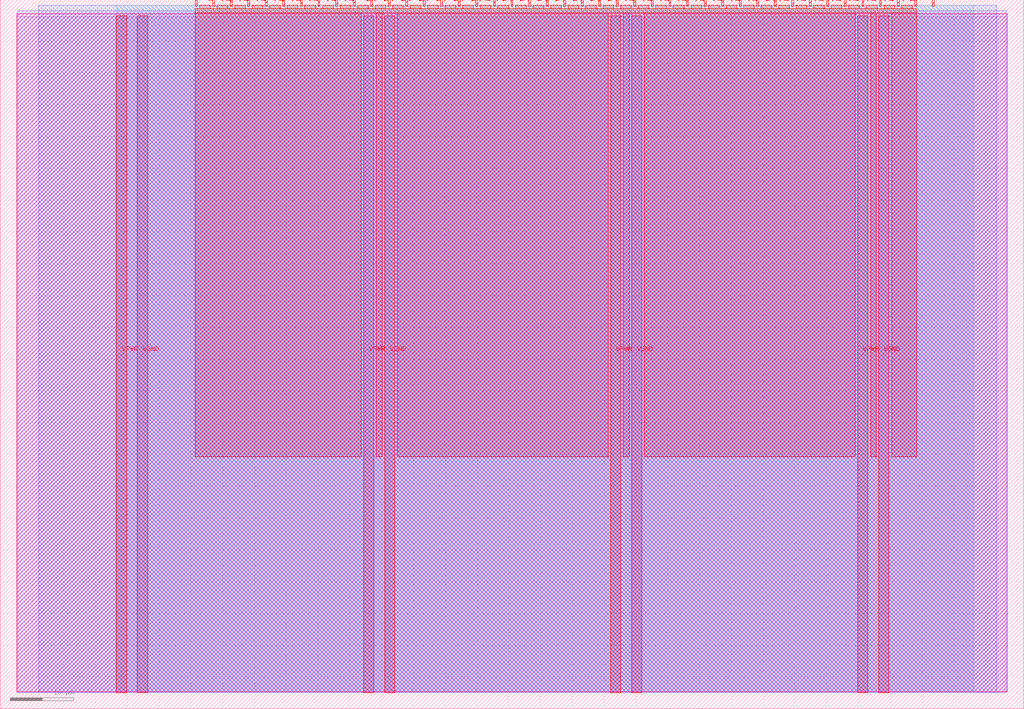
<source format=lef>
VERSION 5.7 ;
  NOWIREEXTENSIONATPIN ON ;
  DIVIDERCHAR "/" ;
  BUSBITCHARS "[]" ;
MACRO tt_um_simon2024_c_element_top
  CLASS BLOCK ;
  FOREIGN tt_um_simon2024_c_element_top ;
  ORIGIN 0.000 0.000 ;
  SIZE 161.000 BY 111.520 ;
  PIN VGND
    DIRECTION INOUT ;
    USE GROUND ;
    PORT
      LAYER met4 ;
        RECT 21.580 2.480 23.180 109.040 ;
    END
    PORT
      LAYER met4 ;
        RECT 60.450 2.480 62.050 109.040 ;
    END
    PORT
      LAYER met4 ;
        RECT 99.320 2.480 100.920 109.040 ;
    END
    PORT
      LAYER met4 ;
        RECT 138.190 2.480 139.790 109.040 ;
    END
  END VGND
  PIN VPWR
    DIRECTION INOUT ;
    USE POWER ;
    PORT
      LAYER met4 ;
        RECT 18.280 2.480 19.880 109.040 ;
    END
    PORT
      LAYER met4 ;
        RECT 57.150 2.480 58.750 109.040 ;
    END
    PORT
      LAYER met4 ;
        RECT 96.020 2.480 97.620 109.040 ;
    END
    PORT
      LAYER met4 ;
        RECT 134.890 2.480 136.490 109.040 ;
    END
  END VPWR
  PIN clk
    DIRECTION INPUT ;
    USE SIGNAL ;
    ANTENNAGATEAREA 0.852000 ;
    PORT
      LAYER met4 ;
        RECT 143.830 110.520 144.130 111.520 ;
    END
  END clk
  PIN ena
    DIRECTION INPUT ;
    USE SIGNAL ;
    PORT
      LAYER met4 ;
        RECT 146.590 110.520 146.890 111.520 ;
    END
  END ena
  PIN rst_n
    DIRECTION INPUT ;
    USE SIGNAL ;
    ANTENNAGATEAREA 0.196500 ;
    PORT
      LAYER met4 ;
        RECT 141.070 110.520 141.370 111.520 ;
    END
  END rst_n
  PIN ui_in[0]
    DIRECTION INPUT ;
    USE SIGNAL ;
    ANTENNAGATEAREA 0.196500 ;
    PORT
      LAYER met4 ;
        RECT 138.310 110.520 138.610 111.520 ;
    END
  END ui_in[0]
  PIN ui_in[1]
    DIRECTION INPUT ;
    USE SIGNAL ;
    ANTENNAGATEAREA 0.196500 ;
    PORT
      LAYER met4 ;
        RECT 135.550 110.520 135.850 111.520 ;
    END
  END ui_in[1]
  PIN ui_in[2]
    DIRECTION INPUT ;
    USE SIGNAL ;
    ANTENNAGATEAREA 0.196500 ;
    PORT
      LAYER met4 ;
        RECT 132.790 110.520 133.090 111.520 ;
    END
  END ui_in[2]
  PIN ui_in[3]
    DIRECTION INPUT ;
    USE SIGNAL ;
    ANTENNAGATEAREA 0.159000 ;
    PORT
      LAYER met4 ;
        RECT 130.030 110.520 130.330 111.520 ;
    END
  END ui_in[3]
  PIN ui_in[4]
    DIRECTION INPUT ;
    USE SIGNAL ;
    ANTENNAGATEAREA 0.196500 ;
    PORT
      LAYER met4 ;
        RECT 127.270 110.520 127.570 111.520 ;
    END
  END ui_in[4]
  PIN ui_in[5]
    DIRECTION INPUT ;
    USE SIGNAL ;
    ANTENNAGATEAREA 0.196500 ;
    PORT
      LAYER met4 ;
        RECT 124.510 110.520 124.810 111.520 ;
    END
  END ui_in[5]
  PIN ui_in[6]
    DIRECTION INPUT ;
    USE SIGNAL ;
    ANTENNAGATEAREA 0.196500 ;
    PORT
      LAYER met4 ;
        RECT 121.750 110.520 122.050 111.520 ;
    END
  END ui_in[6]
  PIN ui_in[7]
    DIRECTION INPUT ;
    USE SIGNAL ;
    ANTENNAGATEAREA 0.196500 ;
    PORT
      LAYER met4 ;
        RECT 118.990 110.520 119.290 111.520 ;
    END
  END ui_in[7]
  PIN uio_in[0]
    DIRECTION INPUT ;
    USE SIGNAL ;
    PORT
      LAYER met4 ;
        RECT 116.230 110.520 116.530 111.520 ;
    END
  END uio_in[0]
  PIN uio_in[1]
    DIRECTION INPUT ;
    USE SIGNAL ;
    PORT
      LAYER met4 ;
        RECT 113.470 110.520 113.770 111.520 ;
    END
  END uio_in[1]
  PIN uio_in[2]
    DIRECTION INPUT ;
    USE SIGNAL ;
    PORT
      LAYER met4 ;
        RECT 110.710 110.520 111.010 111.520 ;
    END
  END uio_in[2]
  PIN uio_in[3]
    DIRECTION INPUT ;
    USE SIGNAL ;
    PORT
      LAYER met4 ;
        RECT 107.950 110.520 108.250 111.520 ;
    END
  END uio_in[3]
  PIN uio_in[4]
    DIRECTION INPUT ;
    USE SIGNAL ;
    PORT
      LAYER met4 ;
        RECT 105.190 110.520 105.490 111.520 ;
    END
  END uio_in[4]
  PIN uio_in[5]
    DIRECTION INPUT ;
    USE SIGNAL ;
    PORT
      LAYER met4 ;
        RECT 102.430 110.520 102.730 111.520 ;
    END
  END uio_in[5]
  PIN uio_in[6]
    DIRECTION INPUT ;
    USE SIGNAL ;
    PORT
      LAYER met4 ;
        RECT 99.670 110.520 99.970 111.520 ;
    END
  END uio_in[6]
  PIN uio_in[7]
    DIRECTION INPUT ;
    USE SIGNAL ;
    PORT
      LAYER met4 ;
        RECT 96.910 110.520 97.210 111.520 ;
    END
  END uio_in[7]
  PIN uio_oe[0]
    DIRECTION OUTPUT ;
    USE SIGNAL ;
    PORT
      LAYER met4 ;
        RECT 49.990 110.520 50.290 111.520 ;
    END
  END uio_oe[0]
  PIN uio_oe[1]
    DIRECTION OUTPUT ;
    USE SIGNAL ;
    PORT
      LAYER met4 ;
        RECT 47.230 110.520 47.530 111.520 ;
    END
  END uio_oe[1]
  PIN uio_oe[2]
    DIRECTION OUTPUT ;
    USE SIGNAL ;
    PORT
      LAYER met4 ;
        RECT 44.470 110.520 44.770 111.520 ;
    END
  END uio_oe[2]
  PIN uio_oe[3]
    DIRECTION OUTPUT ;
    USE SIGNAL ;
    PORT
      LAYER met4 ;
        RECT 41.710 110.520 42.010 111.520 ;
    END
  END uio_oe[3]
  PIN uio_oe[4]
    DIRECTION OUTPUT ;
    USE SIGNAL ;
    PORT
      LAYER met4 ;
        RECT 38.950 110.520 39.250 111.520 ;
    END
  END uio_oe[4]
  PIN uio_oe[5]
    DIRECTION OUTPUT ;
    USE SIGNAL ;
    PORT
      LAYER met4 ;
        RECT 36.190 110.520 36.490 111.520 ;
    END
  END uio_oe[5]
  PIN uio_oe[6]
    DIRECTION OUTPUT ;
    USE SIGNAL ;
    PORT
      LAYER met4 ;
        RECT 33.430 110.520 33.730 111.520 ;
    END
  END uio_oe[6]
  PIN uio_oe[7]
    DIRECTION OUTPUT ;
    USE SIGNAL ;
    PORT
      LAYER met4 ;
        RECT 30.670 110.520 30.970 111.520 ;
    END
  END uio_oe[7]
  PIN uio_out[0]
    DIRECTION OUTPUT ;
    USE SIGNAL ;
    ANTENNADIFFAREA 0.891000 ;
    PORT
      LAYER met4 ;
        RECT 72.070 110.520 72.370 111.520 ;
    END
  END uio_out[0]
  PIN uio_out[1]
    DIRECTION OUTPUT ;
    USE SIGNAL ;
    ANTENNADIFFAREA 0.891000 ;
    PORT
      LAYER met4 ;
        RECT 69.310 110.520 69.610 111.520 ;
    END
  END uio_out[1]
  PIN uio_out[2]
    DIRECTION OUTPUT ;
    USE SIGNAL ;
    ANTENNADIFFAREA 0.891000 ;
    PORT
      LAYER met4 ;
        RECT 66.550 110.520 66.850 111.520 ;
    END
  END uio_out[2]
  PIN uio_out[3]
    DIRECTION OUTPUT ;
    USE SIGNAL ;
    ANTENNADIFFAREA 0.891000 ;
    PORT
      LAYER met4 ;
        RECT 63.790 110.520 64.090 111.520 ;
    END
  END uio_out[3]
  PIN uio_out[4]
    DIRECTION OUTPUT ;
    USE SIGNAL ;
    ANTENNADIFFAREA 0.891000 ;
    PORT
      LAYER met4 ;
        RECT 61.030 110.520 61.330 111.520 ;
    END
  END uio_out[4]
  PIN uio_out[5]
    DIRECTION OUTPUT ;
    USE SIGNAL ;
    ANTENNADIFFAREA 0.891000 ;
    PORT
      LAYER met4 ;
        RECT 58.270 110.520 58.570 111.520 ;
    END
  END uio_out[5]
  PIN uio_out[6]
    DIRECTION OUTPUT ;
    USE SIGNAL ;
    ANTENNADIFFAREA 0.891000 ;
    PORT
      LAYER met4 ;
        RECT 55.510 110.520 55.810 111.520 ;
    END
  END uio_out[6]
  PIN uio_out[7]
    DIRECTION OUTPUT ;
    USE SIGNAL ;
    ANTENNADIFFAREA 0.891000 ;
    PORT
      LAYER met4 ;
        RECT 52.750 110.520 53.050 111.520 ;
    END
  END uio_out[7]
  PIN uo_out[0]
    DIRECTION OUTPUT ;
    USE SIGNAL ;
    ANTENNADIFFAREA 0.445500 ;
    PORT
      LAYER met4 ;
        RECT 94.150 110.520 94.450 111.520 ;
    END
  END uo_out[0]
  PIN uo_out[1]
    DIRECTION OUTPUT ;
    USE SIGNAL ;
    ANTENNAGATEAREA 0.172000 ;
    ANTENNADIFFAREA 0.374400 ;
    PORT
      LAYER met4 ;
        RECT 91.390 110.520 91.690 111.520 ;
    END
  END uo_out[1]
  PIN uo_out[2]
    DIRECTION OUTPUT ;
    USE SIGNAL ;
    PORT
      LAYER met4 ;
        RECT 88.630 110.520 88.930 111.520 ;
    END
  END uo_out[2]
  PIN uo_out[3]
    DIRECTION OUTPUT ;
    USE SIGNAL ;
    ANTENNADIFFAREA 0.445500 ;
    PORT
      LAYER met4 ;
        RECT 85.870 110.520 86.170 111.520 ;
    END
  END uo_out[3]
  PIN uo_out[4]
    DIRECTION OUTPUT ;
    USE SIGNAL ;
    ANTENNAGATEAREA 0.172000 ;
    ANTENNADIFFAREA 0.374400 ;
    PORT
      LAYER met4 ;
        RECT 83.110 110.520 83.410 111.520 ;
    END
  END uo_out[4]
  PIN uo_out[5]
    DIRECTION OUTPUT ;
    USE SIGNAL ;
    PORT
      LAYER met4 ;
        RECT 80.350 110.520 80.650 111.520 ;
    END
  END uo_out[5]
  PIN uo_out[6]
    DIRECTION OUTPUT ;
    USE SIGNAL ;
    PORT
      LAYER met4 ;
        RECT 77.590 110.520 77.890 111.520 ;
    END
  END uo_out[6]
  PIN uo_out[7]
    DIRECTION OUTPUT ;
    USE SIGNAL ;
    PORT
      LAYER met4 ;
        RECT 74.830 110.520 75.130 111.520 ;
    END
  END uo_out[7]
  OBS
      LAYER nwell ;
        RECT 2.570 2.635 158.430 109.280 ;
      LAYER li1 ;
        RECT 2.760 2.635 158.240 108.885 ;
      LAYER met1 ;
        RECT 2.760 2.480 158.240 109.780 ;
      LAYER met2 ;
        RECT 6.080 2.535 156.760 110.685 ;
      LAYER met3 ;
        RECT 18.290 2.555 153.115 110.665 ;
      LAYER met4 ;
        RECT 31.370 110.120 33.030 110.665 ;
        RECT 34.130 110.120 35.790 110.665 ;
        RECT 36.890 110.120 38.550 110.665 ;
        RECT 39.650 110.120 41.310 110.665 ;
        RECT 42.410 110.120 44.070 110.665 ;
        RECT 45.170 110.120 46.830 110.665 ;
        RECT 47.930 110.120 49.590 110.665 ;
        RECT 50.690 110.120 52.350 110.665 ;
        RECT 53.450 110.120 55.110 110.665 ;
        RECT 56.210 110.120 57.870 110.665 ;
        RECT 58.970 110.120 60.630 110.665 ;
        RECT 61.730 110.120 63.390 110.665 ;
        RECT 64.490 110.120 66.150 110.665 ;
        RECT 67.250 110.120 68.910 110.665 ;
        RECT 70.010 110.120 71.670 110.665 ;
        RECT 72.770 110.120 74.430 110.665 ;
        RECT 75.530 110.120 77.190 110.665 ;
        RECT 78.290 110.120 79.950 110.665 ;
        RECT 81.050 110.120 82.710 110.665 ;
        RECT 83.810 110.120 85.470 110.665 ;
        RECT 86.570 110.120 88.230 110.665 ;
        RECT 89.330 110.120 90.990 110.665 ;
        RECT 92.090 110.120 93.750 110.665 ;
        RECT 94.850 110.120 96.510 110.665 ;
        RECT 97.610 110.120 99.270 110.665 ;
        RECT 100.370 110.120 102.030 110.665 ;
        RECT 103.130 110.120 104.790 110.665 ;
        RECT 105.890 110.120 107.550 110.665 ;
        RECT 108.650 110.120 110.310 110.665 ;
        RECT 111.410 110.120 113.070 110.665 ;
        RECT 114.170 110.120 115.830 110.665 ;
        RECT 116.930 110.120 118.590 110.665 ;
        RECT 119.690 110.120 121.350 110.665 ;
        RECT 122.450 110.120 124.110 110.665 ;
        RECT 125.210 110.120 126.870 110.665 ;
        RECT 127.970 110.120 129.630 110.665 ;
        RECT 130.730 110.120 132.390 110.665 ;
        RECT 133.490 110.120 135.150 110.665 ;
        RECT 136.250 110.120 137.910 110.665 ;
        RECT 139.010 110.120 140.670 110.665 ;
        RECT 141.770 110.120 143.430 110.665 ;
        RECT 30.655 109.440 144.145 110.120 ;
        RECT 30.655 39.615 56.750 109.440 ;
        RECT 59.150 39.615 60.050 109.440 ;
        RECT 62.450 39.615 95.620 109.440 ;
        RECT 98.020 39.615 98.920 109.440 ;
        RECT 101.320 39.615 134.490 109.440 ;
        RECT 136.890 39.615 137.790 109.440 ;
        RECT 140.190 39.615 144.145 109.440 ;
  END
END tt_um_simon2024_c_element_top
END LIBRARY


</source>
